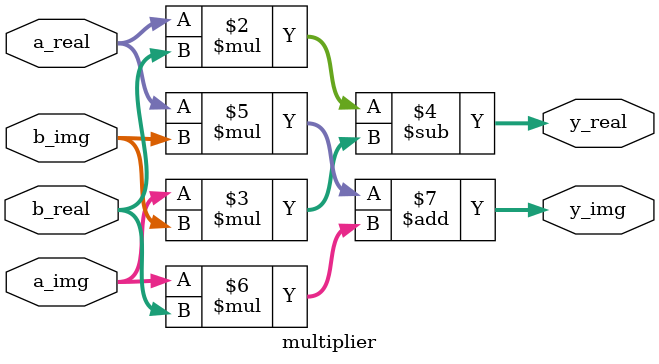
<source format=v>
`timescale 1ns / 1ps

module multiplier #(parameter WIDTH = 8)(
    input wire [WIDTH-1:0] a_real,
    input wire [WIDTH-1:0] a_img,
    input wire [WIDTH-1:0] b_real,
    input wire [WIDTH-1:0] b_img,
    output reg [WIDTH-1:0] y_real,
    output reg [WIDTH-1:0] y_img
);

always @(*) 
begin
    y_real = a_real*b_real - a_img*b_img;
    y_img = a_real*b_img + a_img*b_real;
end

endmodule

</source>
